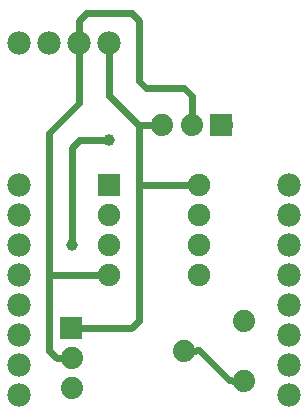
<source format=gbl>
G04 MADE WITH FRITZING*
G04 WWW.FRITZING.ORG*
G04 DOUBLE SIDED*
G04 HOLES PLATED*
G04 CONTOUR ON CENTER OF CONTOUR VECTOR*
%ASAXBY*%
%FSLAX23Y23*%
%MOIN*%
%OFA0B0*%
%SFA1.0B1.0*%
%ADD10C,0.074000*%
%ADD11C,0.039370*%
%ADD12C,0.075000*%
%ADD13C,0.078000*%
%ADD14R,0.075000X0.075000*%
%ADD15C,0.024000*%
%ADD16R,0.001000X0.001000*%
%LNCOPPER0*%
G90*
G70*
G54D10*
X834Y145D03*
X834Y345D03*
X634Y245D03*
G54D11*
X384Y946D03*
X259Y596D03*
G54D12*
X384Y796D03*
X684Y796D03*
X384Y696D03*
X684Y696D03*
X384Y596D03*
X684Y596D03*
X384Y496D03*
X684Y496D03*
G54D10*
X259Y321D03*
X259Y221D03*
X259Y121D03*
X759Y996D03*
X659Y996D03*
X559Y996D03*
G54D13*
X84Y1271D03*
X184Y1271D03*
X284Y1271D03*
X384Y1271D03*
X84Y96D03*
X84Y196D03*
X84Y296D03*
X84Y396D03*
X84Y496D03*
X84Y596D03*
X84Y696D03*
X84Y796D03*
X984Y796D03*
X984Y696D03*
X984Y596D03*
X984Y496D03*
X984Y396D03*
X984Y296D03*
X984Y196D03*
X984Y96D03*
G54D14*
X384Y796D03*
G54D15*
X483Y796D02*
X655Y796D01*
D02*
X484Y996D02*
X483Y796D01*
D02*
X459Y1021D02*
X484Y996D01*
D02*
X409Y1071D02*
X459Y1021D01*
D02*
X384Y1095D02*
X409Y1071D01*
D02*
X384Y1241D02*
X384Y1095D01*
D02*
X184Y971D02*
X185Y496D01*
D02*
X185Y496D02*
X355Y496D01*
D02*
X284Y1071D02*
X184Y971D01*
D02*
X284Y1241D02*
X284Y1071D01*
D02*
X184Y245D02*
X209Y221D01*
D02*
X185Y496D02*
X184Y245D01*
D02*
X209Y221D02*
X228Y221D01*
D02*
X355Y496D02*
X185Y496D01*
D02*
X684Y246D02*
X784Y146D01*
D02*
X784Y146D02*
X803Y145D01*
D02*
X664Y245D02*
X684Y246D01*
D02*
X484Y345D02*
X458Y321D01*
D02*
X458Y321D02*
X290Y321D01*
D02*
X483Y796D02*
X484Y345D01*
D02*
X655Y796D02*
X483Y796D01*
D02*
X284Y946D02*
X259Y921D01*
D02*
X259Y921D02*
X259Y615D01*
D02*
X365Y946D02*
X284Y946D01*
D02*
X484Y1145D02*
X484Y1345D01*
D02*
X459Y1370D02*
X308Y1370D01*
D02*
X484Y1345D02*
X459Y1370D01*
D02*
X508Y1120D02*
X484Y1145D01*
D02*
X284Y1345D02*
X284Y1301D01*
D02*
X659Y1095D02*
X634Y1120D01*
D02*
X659Y1026D02*
X659Y1095D01*
D02*
X308Y1370D02*
X284Y1345D01*
D02*
X634Y1120D02*
X508Y1120D01*
D02*
X484Y996D02*
X384Y1095D01*
D02*
X528Y996D02*
X484Y996D01*
D02*
X384Y1095D02*
X384Y1241D01*
G54D16*
X722Y1033D02*
X795Y1033D01*
X722Y1032D02*
X795Y1032D01*
X722Y1031D02*
X795Y1031D01*
X722Y1030D02*
X795Y1030D01*
X722Y1029D02*
X795Y1029D01*
X722Y1028D02*
X795Y1028D01*
X722Y1027D02*
X795Y1027D01*
X722Y1026D02*
X795Y1026D01*
X722Y1025D02*
X795Y1025D01*
X722Y1024D02*
X795Y1024D01*
X722Y1023D02*
X795Y1023D01*
X722Y1022D02*
X795Y1022D01*
X722Y1021D02*
X795Y1021D01*
X722Y1020D02*
X795Y1020D01*
X722Y1019D02*
X795Y1019D01*
X722Y1018D02*
X795Y1018D01*
X722Y1017D02*
X795Y1017D01*
X722Y1016D02*
X756Y1016D01*
X761Y1016D02*
X795Y1016D01*
X722Y1015D02*
X751Y1015D01*
X765Y1015D02*
X795Y1015D01*
X722Y1014D02*
X749Y1014D01*
X768Y1014D02*
X795Y1014D01*
X722Y1013D02*
X747Y1013D01*
X769Y1013D02*
X795Y1013D01*
X722Y1012D02*
X746Y1012D01*
X771Y1012D02*
X795Y1012D01*
X722Y1011D02*
X745Y1011D01*
X772Y1011D02*
X795Y1011D01*
X722Y1010D02*
X744Y1010D01*
X773Y1010D02*
X795Y1010D01*
X722Y1009D02*
X743Y1009D01*
X774Y1009D02*
X795Y1009D01*
X722Y1008D02*
X742Y1008D01*
X775Y1008D02*
X795Y1008D01*
X722Y1007D02*
X741Y1007D01*
X775Y1007D02*
X795Y1007D01*
X722Y1006D02*
X741Y1006D01*
X776Y1006D02*
X795Y1006D01*
X722Y1005D02*
X740Y1005D01*
X776Y1005D02*
X795Y1005D01*
X722Y1004D02*
X740Y1004D01*
X777Y1004D02*
X795Y1004D01*
X722Y1003D02*
X739Y1003D01*
X777Y1003D02*
X795Y1003D01*
X722Y1002D02*
X739Y1002D01*
X778Y1002D02*
X795Y1002D01*
X722Y1001D02*
X739Y1001D01*
X778Y1001D02*
X795Y1001D01*
X722Y1000D02*
X738Y1000D01*
X778Y1000D02*
X795Y1000D01*
X722Y999D02*
X738Y999D01*
X778Y999D02*
X795Y999D01*
X722Y998D02*
X738Y998D01*
X778Y998D02*
X795Y998D01*
X722Y997D02*
X738Y997D01*
X778Y997D02*
X795Y997D01*
X722Y996D02*
X738Y996D01*
X778Y996D02*
X795Y996D01*
X722Y995D02*
X738Y995D01*
X778Y995D02*
X795Y995D01*
X722Y994D02*
X738Y994D01*
X778Y994D02*
X795Y994D01*
X722Y993D02*
X738Y993D01*
X778Y993D02*
X795Y993D01*
X722Y992D02*
X739Y992D01*
X778Y992D02*
X795Y992D01*
X722Y991D02*
X739Y991D01*
X778Y991D02*
X795Y991D01*
X722Y990D02*
X739Y990D01*
X777Y990D02*
X795Y990D01*
X722Y989D02*
X740Y989D01*
X777Y989D02*
X795Y989D01*
X722Y988D02*
X740Y988D01*
X776Y988D02*
X795Y988D01*
X722Y987D02*
X741Y987D01*
X776Y987D02*
X795Y987D01*
X722Y986D02*
X741Y986D01*
X775Y986D02*
X795Y986D01*
X722Y985D02*
X742Y985D01*
X775Y985D02*
X795Y985D01*
X722Y984D02*
X743Y984D01*
X774Y984D02*
X795Y984D01*
X722Y983D02*
X744Y983D01*
X773Y983D02*
X795Y983D01*
X722Y982D02*
X745Y982D01*
X772Y982D02*
X795Y982D01*
X722Y981D02*
X746Y981D01*
X771Y981D02*
X795Y981D01*
X722Y980D02*
X747Y980D01*
X769Y980D02*
X795Y980D01*
X722Y979D02*
X749Y979D01*
X768Y979D02*
X795Y979D01*
X722Y978D02*
X751Y978D01*
X765Y978D02*
X795Y978D01*
X722Y977D02*
X756Y977D01*
X760Y977D02*
X795Y977D01*
X722Y976D02*
X795Y976D01*
X722Y975D02*
X795Y975D01*
X722Y974D02*
X795Y974D01*
X722Y973D02*
X795Y973D01*
X722Y972D02*
X795Y972D01*
X722Y971D02*
X795Y971D01*
X722Y970D02*
X795Y970D01*
X722Y969D02*
X795Y969D01*
X722Y968D02*
X795Y968D01*
X722Y967D02*
X795Y967D01*
X722Y966D02*
X795Y966D01*
X722Y965D02*
X795Y965D01*
X722Y964D02*
X795Y964D01*
X722Y963D02*
X795Y963D01*
X722Y962D02*
X795Y962D01*
X722Y961D02*
X795Y961D01*
X722Y960D02*
X795Y960D01*
X222Y358D02*
X295Y358D01*
X222Y357D02*
X295Y357D01*
X222Y356D02*
X295Y356D01*
X222Y355D02*
X295Y355D01*
X222Y354D02*
X295Y354D01*
X222Y353D02*
X295Y353D01*
X222Y352D02*
X295Y352D01*
X222Y351D02*
X295Y351D01*
X222Y350D02*
X295Y350D01*
X222Y349D02*
X295Y349D01*
X222Y348D02*
X295Y348D01*
X222Y347D02*
X295Y347D01*
X222Y346D02*
X295Y346D01*
X222Y345D02*
X295Y345D01*
X222Y344D02*
X295Y344D01*
X222Y343D02*
X295Y343D01*
X222Y342D02*
X295Y342D01*
X222Y341D02*
X253Y341D01*
X263Y341D02*
X295Y341D01*
X222Y340D02*
X250Y340D01*
X267Y340D02*
X295Y340D01*
X222Y339D02*
X248Y339D01*
X269Y339D02*
X295Y339D01*
X222Y338D02*
X247Y338D01*
X270Y338D02*
X295Y338D01*
X222Y337D02*
X245Y337D01*
X271Y337D02*
X295Y337D01*
X222Y336D02*
X244Y336D01*
X273Y336D02*
X295Y336D01*
X222Y335D02*
X243Y335D01*
X273Y335D02*
X295Y335D01*
X222Y334D02*
X242Y334D01*
X274Y334D02*
X295Y334D01*
X222Y333D02*
X242Y333D01*
X275Y333D02*
X295Y333D01*
X222Y332D02*
X241Y332D01*
X276Y332D02*
X295Y332D01*
X222Y331D02*
X241Y331D01*
X276Y331D02*
X295Y331D01*
X222Y330D02*
X240Y330D01*
X277Y330D02*
X295Y330D01*
X222Y329D02*
X240Y329D01*
X277Y329D02*
X295Y329D01*
X222Y328D02*
X239Y328D01*
X278Y328D02*
X295Y328D01*
X222Y327D02*
X239Y327D01*
X278Y327D02*
X295Y327D01*
X222Y326D02*
X239Y326D01*
X278Y326D02*
X295Y326D01*
X222Y325D02*
X239Y325D01*
X278Y325D02*
X295Y325D01*
X222Y324D02*
X238Y324D01*
X278Y324D02*
X295Y324D01*
X222Y323D02*
X238Y323D01*
X278Y323D02*
X295Y323D01*
X222Y322D02*
X238Y322D01*
X279Y322D02*
X295Y322D01*
X222Y321D02*
X238Y321D01*
X278Y321D02*
X295Y321D01*
X222Y320D02*
X238Y320D01*
X278Y320D02*
X295Y320D01*
X222Y319D02*
X238Y319D01*
X278Y319D02*
X295Y319D01*
X222Y318D02*
X239Y318D01*
X278Y318D02*
X295Y318D01*
X222Y317D02*
X239Y317D01*
X278Y317D02*
X295Y317D01*
X222Y316D02*
X239Y316D01*
X278Y316D02*
X295Y316D01*
X222Y315D02*
X240Y315D01*
X277Y315D02*
X295Y315D01*
X222Y314D02*
X240Y314D01*
X277Y314D02*
X295Y314D01*
X222Y313D02*
X240Y313D01*
X276Y313D02*
X295Y313D01*
X222Y312D02*
X241Y312D01*
X276Y312D02*
X295Y312D01*
X222Y311D02*
X242Y311D01*
X275Y311D02*
X295Y311D01*
X222Y310D02*
X242Y310D01*
X274Y310D02*
X295Y310D01*
X222Y309D02*
X243Y309D01*
X274Y309D02*
X295Y309D01*
X222Y308D02*
X244Y308D01*
X273Y308D02*
X295Y308D01*
X222Y307D02*
X245Y307D01*
X272Y307D02*
X295Y307D01*
X222Y306D02*
X246Y306D01*
X270Y306D02*
X295Y306D01*
X222Y305D02*
X248Y305D01*
X269Y305D02*
X295Y305D01*
X222Y304D02*
X250Y304D01*
X267Y304D02*
X295Y304D01*
X222Y303D02*
X253Y303D01*
X264Y303D02*
X295Y303D01*
X222Y302D02*
X295Y302D01*
X222Y301D02*
X295Y301D01*
X222Y300D02*
X295Y300D01*
X222Y299D02*
X295Y299D01*
X222Y298D02*
X295Y298D01*
X222Y297D02*
X295Y297D01*
X222Y296D02*
X295Y296D01*
X222Y295D02*
X295Y295D01*
X222Y294D02*
X295Y294D01*
X222Y293D02*
X295Y293D01*
X222Y292D02*
X295Y292D01*
X222Y291D02*
X295Y291D01*
X222Y290D02*
X295Y290D01*
X222Y289D02*
X295Y289D01*
X222Y288D02*
X295Y288D01*
X222Y287D02*
X295Y287D01*
X222Y286D02*
X295Y286D01*
X222Y285D02*
X294Y285D01*
D02*
G04 End of Copper0*
M02*
</source>
